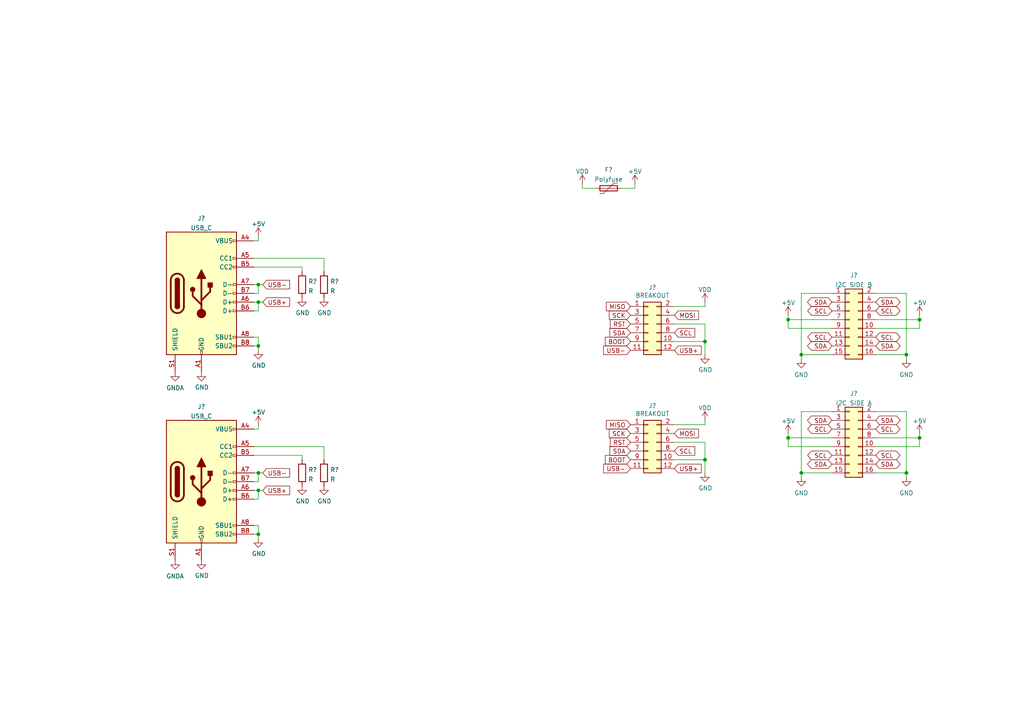
<source format=kicad_sch>
(kicad_sch (version 20211123) (generator eeschema)
  (paper "A4")
  (lib_symbols
    (symbol "Connector:USB_C_Receptacle_USB2.0" (pin_names (offset 1.016))
      (property "Reference" "J" (at -10.16 19.05 0))
      (property "Value" "USB_C_Receptacle_USB2.0" (at 19.05 19.05 0))
      (symbol "USB_C_Receptacle_USB2.0_0_0"
        (rectangle (start -0.254 -17.78) (end 0.254 -16.764))
        (rectangle (start 10.16 -14.986) (end 9.144 -15.494))
        (rectangle (start 10.16 -12.446) (end 9.144 -12.954))
        (rectangle (start 10.16 -4.826) (end 9.144 -5.334))
        (rectangle (start 10.16 -2.286) (end 9.144 -2.794))
        (rectangle (start 10.16 0.254) (end 9.144 -0.254))
        (rectangle (start 10.16 2.794) (end 9.144 2.286))
        (rectangle (start 10.16 7.874) (end 9.144 7.366))
        (rectangle (start 10.16 10.414) (end 9.144 9.906))
        (rectangle (start 10.16 15.494) (end 9.144 14.986))
      )
      (symbol "USB_C_Receptacle_USB2.0_0_1"
        (rectangle (start -10.16 17.78) (end 10.16 -17.78) (stroke (width 0.254)) (fill (type background)))
        (arc (start -8.89 -3.81) (mid -6.985 -5.715) (end -5.08 -3.81) (stroke (width 0.508)))
        (arc (start -7.62 -3.81) (mid -6.985 -4.445) (end -6.35 -3.81) (stroke (width 0.254)))
        (arc (start -7.62 -3.81) (mid -6.985 -4.445) (end -6.35 -3.81) (stroke (width 0.254)) (fill (type outline)))
        (rectangle (start -7.62 -3.81) (end -6.35 3.81) (stroke (width 0.254)) (fill (type outline)))
        (arc (start -6.35 3.81) (mid -6.985 4.445) (end -7.62 3.81) (stroke (width 0.254)))
        (arc (start -6.35 3.81) (mid -6.985 4.445) (end -7.62 3.81) (stroke (width 0.254)) (fill (type outline)))
        (arc (start -5.08 3.81) (mid -6.985 5.715) (end -8.89 3.81) (stroke (width 0.508)))
        (circle (center -2.54 1.143) (radius 0.635) (stroke (width 0.254)) (fill (type outline)))
        (circle (center 0 -5.842) (radius 1.27) (fill (type outline)))
        (polyline (pts (xy -8.89 -3.81) (xy -8.89 3.81)) (stroke (width 0.508)))
        (polyline (pts (xy -5.08 3.81) (xy -5.08 -3.81)) (stroke (width 0.508)))
        (polyline (pts (xy 0 -5.842) (xy 0 4.318)) (stroke (width 0.508)))
        (polyline (pts (xy 0 -3.302) (xy -2.54 -0.762) (xy -2.54 0.508)) (stroke (width 0.508)))
        (polyline (pts (xy 0 -2.032) (xy 2.54 0.508) (xy 2.54 1.778)) (stroke (width 0.508)))
        (polyline (pts (xy -1.27 4.318) (xy 0 6.858) (xy 1.27 4.318) (xy -1.27 4.318)) (stroke (width 0.254)) (fill (type outline)))
        (rectangle (start 1.905 1.778) (end 3.175 3.048) (stroke (width 0.254)) (fill (type outline)))
      )
      (symbol "USB_C_Receptacle_USB2.0_1_1"
        (pin passive line (at 0 -22.86 90) (length 5.08) (name "GND") (number "A1"))
        (pin passive line (at 0 -22.86 90) (length 5.08) hide (name "GND") (number "A12"))
        (pin passive line (at 15.24 15.24 180) (length 5.08) (name "VBUS") (number "A4"))
        (pin bidirectional line (at 15.24 10.16 180) (length 5.08) (name "CC1") (number "A5"))
        (pin bidirectional line (at 15.24 -2.54 180) (length 5.08) (name "D+") (number "A6"))
        (pin bidirectional line (at 15.24 2.54 180) (length 5.08) (name "D-") (number "A7"))
        (pin bidirectional line (at 15.24 -12.7 180) (length 5.08) (name "SBU1") (number "A8"))
        (pin passive line (at 15.24 15.24 180) (length 5.08) hide (name "VBUS") (number "A9"))
        (pin passive line (at 0 -22.86 90) (length 5.08) hide (name "GND") (number "B1"))
        (pin passive line (at 0 -22.86 90) (length 5.08) hide (name "GND") (number "B12"))
        (pin passive line (at 15.24 15.24 180) (length 5.08) hide (name "VBUS") (number "B4"))
        (pin bidirectional line (at 15.24 7.62 180) (length 5.08) (name "CC2") (number "B5"))
        (pin bidirectional line (at 15.24 -5.08 180) (length 5.08) (name "D+") (number "B6"))
        (pin bidirectional line (at 15.24 0 180) (length 5.08) (name "D-") (number "B7"))
        (pin bidirectional line (at 15.24 -15.24 180) (length 5.08) (name "SBU2") (number "B8"))
        (pin passive line (at 15.24 15.24 180) (length 5.08) hide (name "VBUS") (number "B9"))
        (pin passive line (at -7.62 -22.86 90) (length 5.08) (name "SHIELD") (number "S1"))
      )
    )
    (symbol "Connector_Generic:Conn_02x06_Odd_Even" (pin_names (offset 1.016) hide)
      (property "Reference" "J" (at 1.27 7.62 0))
      (property "Value" "Conn_02x06_Odd_Even" (at 1.27 -10.16 0))
      (symbol "Conn_02x06_Odd_Even_1_1"
        (rectangle (start -1.27 -7.493) (end 0 -7.747) (stroke (width 0.1524)))
        (rectangle (start -1.27 -4.953) (end 0 -5.207) (stroke (width 0.1524)))
        (rectangle (start -1.27 -2.413) (end 0 -2.667) (stroke (width 0.1524)))
        (rectangle (start -1.27 0.127) (end 0 -0.127) (stroke (width 0.1524)))
        (rectangle (start -1.27 2.667) (end 0 2.413) (stroke (width 0.1524)))
        (rectangle (start -1.27 5.207) (end 0 4.953) (stroke (width 0.1524)))
        (rectangle (start -1.27 6.35) (end 3.81 -8.89) (stroke (width 0.254)) (fill (type background)))
        (rectangle (start 3.81 -7.493) (end 2.54 -7.747) (stroke (width 0.1524)))
        (rectangle (start 3.81 -4.953) (end 2.54 -5.207) (stroke (width 0.1524)))
        (rectangle (start 3.81 -2.413) (end 2.54 -2.667) (stroke (width 0.1524)))
        (rectangle (start 3.81 0.127) (end 2.54 -0.127) (stroke (width 0.1524)))
        (rectangle (start 3.81 2.667) (end 2.54 2.413) (stroke (width 0.1524)))
        (rectangle (start 3.81 5.207) (end 2.54 4.953) (stroke (width 0.1524)))
        (pin passive line (at -5.08 5.08 0) (length 3.81) (name "Pin_1") (number "1"))
        (pin passive line (at 7.62 -5.08 180) (length 3.81) (name "Pin_10") (number "10"))
        (pin passive line (at -5.08 -7.62 0) (length 3.81) (name "Pin_11") (number "11"))
        (pin passive line (at 7.62 -7.62 180) (length 3.81) (name "Pin_12") (number "12"))
        (pin passive line (at 7.62 5.08 180) (length 3.81) (name "Pin_2") (number "2"))
        (pin passive line (at -5.08 2.54 0) (length 3.81) (name "Pin_3") (number "3"))
        (pin passive line (at 7.62 2.54 180) (length 3.81) (name "Pin_4") (number "4"))
        (pin passive line (at -5.08 0 0) (length 3.81) (name "Pin_5") (number "5"))
        (pin passive line (at 7.62 0 180) (length 3.81) (name "Pin_6") (number "6"))
        (pin passive line (at -5.08 -2.54 0) (length 3.81) (name "Pin_7") (number "7"))
        (pin passive line (at 7.62 -2.54 180) (length 3.81) (name "Pin_8") (number "8"))
        (pin passive line (at -5.08 -5.08 0) (length 3.81) (name "Pin_9") (number "9"))
      )
    )
    (symbol "Connector_Generic:Conn_02x08_Odd_Even" (pin_names (offset 1.016) hide)
      (property "Reference" "J" (at 1.27 10.16 0))
      (property "Value" "Conn_02x08_Odd_Even" (at 1.27 -12.7 0))
      (symbol "Conn_02x08_Odd_Even_1_1"
        (rectangle (start -1.27 -10.033) (end 0 -10.287) (stroke (width 0.1524)))
        (rectangle (start -1.27 -7.493) (end 0 -7.747) (stroke (width 0.1524)))
        (rectangle (start -1.27 -4.953) (end 0 -5.207) (stroke (width 0.1524)))
        (rectangle (start -1.27 -2.413) (end 0 -2.667) (stroke (width 0.1524)))
        (rectangle (start -1.27 0.127) (end 0 -0.127) (stroke (width 0.1524)))
        (rectangle (start -1.27 2.667) (end 0 2.413) (stroke (width 0.1524)))
        (rectangle (start -1.27 5.207) (end 0 4.953) (stroke (width 0.1524)))
        (rectangle (start -1.27 7.747) (end 0 7.493) (stroke (width 0.1524)))
        (rectangle (start -1.27 8.89) (end 3.81 -11.43) (stroke (width 0.254)) (fill (type background)))
        (rectangle (start 3.81 -10.033) (end 2.54 -10.287) (stroke (width 0.1524)))
        (rectangle (start 3.81 -7.493) (end 2.54 -7.747) (stroke (width 0.1524)))
        (rectangle (start 3.81 -4.953) (end 2.54 -5.207) (stroke (width 0.1524)))
        (rectangle (start 3.81 -2.413) (end 2.54 -2.667) (stroke (width 0.1524)))
        (rectangle (start 3.81 0.127) (end 2.54 -0.127) (stroke (width 0.1524)))
        (rectangle (start 3.81 2.667) (end 2.54 2.413) (stroke (width 0.1524)))
        (rectangle (start 3.81 5.207) (end 2.54 4.953) (stroke (width 0.1524)))
        (rectangle (start 3.81 7.747) (end 2.54 7.493) (stroke (width 0.1524)))
        (pin passive line (at -5.08 7.62 0) (length 3.81) (name "Pin_1") (number "1"))
        (pin passive line (at 7.62 -2.54 180) (length 3.81) (name "Pin_10") (number "10"))
        (pin passive line (at -5.08 -5.08 0) (length 3.81) (name "Pin_11") (number "11"))
        (pin passive line (at 7.62 -5.08 180) (length 3.81) (name "Pin_12") (number "12"))
        (pin passive line (at -5.08 -7.62 0) (length 3.81) (name "Pin_13") (number "13"))
        (pin passive line (at 7.62 -7.62 180) (length 3.81) (name "Pin_14") (number "14"))
        (pin passive line (at -5.08 -10.16 0) (length 3.81) (name "Pin_15") (number "15"))
        (pin passive line (at 7.62 -10.16 180) (length 3.81) (name "Pin_16") (number "16"))
        (pin passive line (at 7.62 7.62 180) (length 3.81) (name "Pin_2") (number "2"))
        (pin passive line (at -5.08 5.08 0) (length 3.81) (name "Pin_3") (number "3"))
        (pin passive line (at 7.62 5.08 180) (length 3.81) (name "Pin_4") (number "4"))
        (pin passive line (at -5.08 2.54 0) (length 3.81) (name "Pin_5") (number "5"))
        (pin passive line (at 7.62 2.54 180) (length 3.81) (name "Pin_6") (number "6"))
        (pin passive line (at -5.08 0 0) (length 3.81) (name "Pin_7") (number "7"))
        (pin passive line (at 7.62 0 180) (length 3.81) (name "Pin_8") (number "8"))
        (pin passive line (at -5.08 -2.54 0) (length 3.81) (name "Pin_9") (number "9"))
      )
    )
    (symbol "Device:Polyfuse" (pin_numbers hide) (pin_names (offset 0))
      (property "Reference" "F" (at -2.54 0 90))
      (property "Value" "Polyfuse" (at 2.54 0 90))
      (symbol "Polyfuse_0_1"
        (rectangle (start -0.762 2.54) (end 0.762 -2.54) (stroke (width 0.254)))
        (polyline (pts (xy 0 2.54) (xy 0 -2.54)))
        (polyline (pts (xy -1.524 2.54) (xy -1.524 1.524) (xy 1.524 -1.524) (xy 1.524 -2.54)))
      )
      (symbol "Polyfuse_1_1"
        (pin passive line (at 0 3.81 270) (length 1.27) (name "~") (number "1"))
        (pin passive line (at 0 -3.81 90) (length 1.27) (name "~") (number "2"))
      )
    )
    (symbol "Device:R" (pin_numbers hide) (pin_names (offset 0))
      (property "Reference" "R" (at 2.032 0 90))
      (property "Value" "R" (at 0 0 90))
      (symbol "R_0_1"
        (rectangle (start -1.016 -2.54) (end 1.016 2.54) (stroke (width 0.254)))
      )
      (symbol "R_1_1"
        (pin passive line (at 0 3.81 270) (length 1.27) (name "~") (number "1"))
        (pin passive line (at 0 -3.81 90) (length 1.27) (name "~") (number "2"))
      )
    )
    (symbol "power:+5V" (power) (pin_names (offset 0))
      (property "Value" "+5V" (at 0 3.556 0))
      (symbol "+5V_0_1"
        (polyline (pts (xy -0.762 1.27) (xy 0 2.54)))
        (polyline (pts (xy 0 0) (xy 0 2.54)))
        (polyline (pts (xy 0 2.54) (xy 0.762 1.27)))
      )
      (symbol "+5V_1_1"
        (pin power_in line (at 0 0 90) (length 0) hide (name "+5V") (number "1"))
      )
    )
    (symbol "power:GND" (power) (pin_names (offset 0))
      (property "Value" "GND" (at 0 -3.81 0))
      (symbol "GND_0_1"
        (polyline (pts (xy 0 0) (xy 0 -1.27) (xy 1.27 -1.27) (xy 0 -2.54) (xy -1.27 -1.27) (xy 0 -1.27)))
      )
      (symbol "GND_1_1"
        (pin power_in line (at 0 0 270) (length 0) hide (name "GND") (number "1"))
      )
    )
    (symbol "power:GNDA" (power) (pin_names (offset 0))
      (property "Value" "GNDA" (at 0 -3.81 0))
      (symbol "GNDA_0_1"
        (polyline (pts (xy 0 0) (xy 0 -1.27) (xy 1.27 -1.27) (xy 0 -2.54) (xy -1.27 -1.27) (xy 0 -1.27)))
      )
      (symbol "GNDA_1_1"
        (pin power_in line (at 0 0 270) (length 0) hide (name "GNDA") (number "1"))
      )
    )
    (symbol "power:VDD" (power) (pin_names (offset 0))
      (property "Value" "VDD" (at 0 3.81 0))
      (symbol "VDD_0_1"
        (polyline (pts (xy -0.762 1.27) (xy 0 2.54)))
        (polyline (pts (xy 0 0) (xy 0 2.54)))
        (polyline (pts (xy 0 2.54) (xy 0.762 1.27)))
      )
      (symbol "VDD_1_1"
        (pin power_in line (at 0 0 90) (length 0) hide (name "VDD") (number "1"))
      )
    )
  )
  (junction (at 204.47 133.35))
  (junction (at 228.6 127))
  (junction (at 266.7 127))
  (junction (at 204.47 99.06))
  (junction (at 74.93 100.33))
  (junction (at 232.41 102.87))
  (junction (at 74.93 154.94))
  (junction (at 262.89 137.16))
  (junction (at 262.89 102.87))
  (junction (at 232.41 137.16))
  (junction (at 74.93 137.16))
  (junction (at 228.6 92.71))
  (junction (at 266.7 92.71))
  (junction (at 74.93 142.24))
  (junction (at 74.93 87.63))
  (junction (at 74.93 82.55))
  (wire (pts (xy 195.58 93.98) (xy 204.47 93.98)))
  (wire (pts (xy 73.66 152.4) (xy 74.93 152.4)))
  (wire (pts (xy 74.93 69.85) (xy 74.93 68.58)))
  (wire (pts (xy 73.66 144.78) (xy 74.93 144.78)))
  (wire (pts (xy 73.66 74.93) (xy 93.98 74.93)))
  (wire (pts (xy 262.89 119.38) (xy 262.89 137.16)))
  (wire (pts (xy 232.41 137.16) (xy 241.3 137.16)))
  (wire (pts (xy 204.47 128.27) (xy 204.47 133.35)))
  (wire (pts (xy 73.66 97.79) (xy 74.93 97.79)))
  (wire (pts (xy 232.41 102.87) (xy 232.41 104.14)))
  (wire (pts (xy 262.89 102.87) (xy 262.89 104.14)))
  (wire (pts (xy 93.98 129.54) (xy 93.98 133.35)))
  (wire (pts (xy 262.89 119.38) (xy 254 119.38)))
  (wire (pts (xy 87.63 132.08) (xy 87.63 133.35)))
  (wire (pts (xy 74.93 82.55) (xy 76.2 82.55)))
  (wire (pts (xy 74.93 142.24) (xy 76.2 142.24)))
  (wire (pts (xy 73.66 82.55) (xy 74.93 82.55)))
  (wire (pts (xy 228.6 129.54) (xy 241.3 129.54)))
  (wire (pts (xy 73.66 90.17) (xy 74.93 90.17)))
  (wire (pts (xy 266.7 125.73) (xy 266.7 127)))
  (wire (pts (xy 232.41 102.87) (xy 241.3 102.87)))
  (wire (pts (xy 204.47 133.35) (xy 195.58 133.35)))
  (wire (pts (xy 228.6 91.44) (xy 228.6 92.71)))
  (wire (pts (xy 73.66 154.94) (xy 74.93 154.94)))
  (wire (pts (xy 204.47 87.63) (xy 204.47 88.9)))
  (wire (pts (xy 232.41 85.09) (xy 241.3 85.09)))
  (wire (pts (xy 74.93 100.33) (xy 74.93 101.6)))
  (wire (pts (xy 73.66 132.08) (xy 87.63 132.08)))
  (wire (pts (xy 266.7 92.71) (xy 266.7 95.25)))
  (wire (pts (xy 262.89 137.16) (xy 254 137.16)))
  (wire (pts (xy 204.47 137.16) (xy 204.47 133.35)))
  (wire (pts (xy 232.41 85.09) (xy 232.41 102.87)))
  (wire (pts (xy 266.7 127) (xy 254 127)))
  (wire (pts (xy 232.41 137.16) (xy 232.41 138.43)))
  (wire (pts (xy 228.6 95.25) (xy 241.3 95.25)))
  (wire (pts (xy 73.66 139.7) (xy 74.93 139.7)))
  (wire (pts (xy 168.91 53.34) (xy 168.91 54.61)))
  (wire (pts (xy 204.47 93.98) (xy 204.47 99.06)))
  (wire (pts (xy 262.89 85.09) (xy 262.89 102.87)))
  (wire (pts (xy 228.6 92.71) (xy 228.6 95.25)))
  (wire (pts (xy 74.93 137.16) (xy 76.2 137.16)))
  (wire (pts (xy 74.93 139.7) (xy 74.93 137.16)))
  (wire (pts (xy 73.66 85.09) (xy 74.93 85.09)))
  (wire (pts (xy 73.66 87.63) (xy 74.93 87.63)))
  (wire (pts (xy 74.93 85.09) (xy 74.93 82.55)))
  (wire (pts (xy 228.6 125.73) (xy 228.6 127)))
  (wire (pts (xy 73.66 129.54) (xy 93.98 129.54)))
  (wire (pts (xy 266.7 95.25) (xy 254 95.25)))
  (wire (pts (xy 204.47 102.87) (xy 204.47 99.06)))
  (wire (pts (xy 204.47 123.19) (xy 195.58 123.19)))
  (wire (pts (xy 262.89 137.16) (xy 262.89 138.43)))
  (wire (pts (xy 74.93 154.94) (xy 74.93 156.21)))
  (wire (pts (xy 266.7 91.44) (xy 266.7 92.71)))
  (wire (pts (xy 168.91 54.61) (xy 172.72 54.61)))
  (wire (pts (xy 87.63 77.47) (xy 87.63 78.74)))
  (wire (pts (xy 262.89 85.09) (xy 254 85.09)))
  (wire (pts (xy 195.58 128.27) (xy 204.47 128.27)))
  (wire (pts (xy 228.6 127) (xy 241.3 127)))
  (wire (pts (xy 180.34 54.61) (xy 184.15 54.61)))
  (wire (pts (xy 266.7 127) (xy 266.7 129.54)))
  (wire (pts (xy 204.47 99.06) (xy 195.58 99.06)))
  (wire (pts (xy 73.66 142.24) (xy 74.93 142.24)))
  (wire (pts (xy 74.93 124.46) (xy 74.93 123.19)))
  (wire (pts (xy 74.93 152.4) (xy 74.93 154.94)))
  (wire (pts (xy 204.47 88.9) (xy 195.58 88.9)))
  (wire (pts (xy 93.98 74.93) (xy 93.98 78.74)))
  (wire (pts (xy 73.66 77.47) (xy 87.63 77.47)))
  (wire (pts (xy 232.41 119.38) (xy 241.3 119.38)))
  (wire (pts (xy 74.93 97.79) (xy 74.93 100.33)))
  (wire (pts (xy 73.66 69.85) (xy 74.93 69.85)))
  (wire (pts (xy 74.93 87.63) (xy 76.2 87.63)))
  (wire (pts (xy 228.6 92.71) (xy 241.3 92.71)))
  (wire (pts (xy 266.7 92.71) (xy 254 92.71)))
  (wire (pts (xy 74.93 90.17) (xy 74.93 87.63)))
  (wire (pts (xy 73.66 137.16) (xy 74.93 137.16)))
  (wire (pts (xy 73.66 100.33) (xy 74.93 100.33)))
  (wire (pts (xy 204.47 121.92) (xy 204.47 123.19)))
  (wire (pts (xy 266.7 129.54) (xy 254 129.54)))
  (wire (pts (xy 262.89 102.87) (xy 254 102.87)))
  (wire (pts (xy 184.15 54.61) (xy 184.15 53.34)))
  (wire (pts (xy 228.6 127) (xy 228.6 129.54)))
  (wire (pts (xy 74.93 144.78) (xy 74.93 142.24)))
  (wire (pts (xy 73.66 124.46) (xy 74.93 124.46)))
  (wire (pts (xy 232.41 119.38) (xy 232.41 137.16)))
  (global_label "MOSI" (shape input) (at 195.58 125.73 0) (property "Intersheet References" "${INTERSHEET_REFS}" (effects hide)))
  (global_label "SDA" (shape bidirectional) (at 241.3 100.33 180) (property "Intersheet References" "${INTERSHEET_REFS}" (effects hide)))
  (global_label "USB+" (shape input) (at 195.58 135.89 0) (property "Intersheet References" "${INTERSHEET_REFS}" (effects hide)))
  (global_label "SDA" (shape bidirectional) (at 254 100.33 0) (property "Intersheet References" "${INTERSHEET_REFS}" (effects hide)))
  (global_label "RST" (shape input) (at 182.88 93.98 180) (property "Intersheet References" "${INTERSHEET_REFS}" (effects hide)))
  (global_label "SDA" (shape bidirectional) (at 254 87.63 0) (property "Intersheet References" "${INTERSHEET_REFS}" (effects hide)))
  (global_label "USB+" (shape input) (at 76.2 87.63 0) (property "Intersheet References" "${INTERSHEET_REFS}" (effects hide)))
  (global_label "SCL" (shape input) (at 195.58 130.81 0) (property "Intersheet References" "${INTERSHEET_REFS}" (effects hide)))
  (global_label "RST" (shape input) (at 182.88 128.27 180) (property "Intersheet References" "${INTERSHEET_REFS}" (effects hide)))
  (global_label "USB+" (shape input) (at 195.58 101.6 0) (property "Intersheet References" "${INTERSHEET_REFS}" (effects hide)))
  (global_label "BOOT" (shape input) (at 182.88 133.35 180) (property "Intersheet References" "${INTERSHEET_REFS}" (effects hide)))
  (global_label "MISO" (shape input) (at 182.88 123.19 180) (property "Intersheet References" "${INTERSHEET_REFS}" (effects hide)))
  (global_label "SDA" (shape bidirectional) (at 254 121.92 0) (property "Intersheet References" "${INTERSHEET_REFS}" (effects hide)))
  (global_label "BOOT" (shape input) (at 182.88 99.06 180) (property "Intersheet References" "${INTERSHEET_REFS}" (effects hide)))
  (global_label "USB-" (shape input) (at 182.88 135.89 180) (property "Intersheet References" "${INTERSHEET_REFS}" (effects hide)))
  (global_label "SCL" (shape input) (at 195.58 96.52 0) (property "Intersheet References" "${INTERSHEET_REFS}" (effects hide)))
  (global_label "USB-" (shape input) (at 76.2 82.55 0) (property "Intersheet References" "${INTERSHEET_REFS}" (effects hide)))
  (global_label "SCL" (shape bidirectional) (at 241.3 90.17 180) (property "Intersheet References" "${INTERSHEET_REFS}" (effects hide)))
  (global_label "SCK" (shape input) (at 182.88 91.44 180) (property "Intersheet References" "${INTERSHEET_REFS}" (effects hide)))
  (global_label "USB-" (shape input) (at 182.88 101.6 180) (property "Intersheet References" "${INTERSHEET_REFS}" (effects hide)))
  (global_label "SCK" (shape input) (at 182.88 125.73 180) (property "Intersheet References" "${INTERSHEET_REFS}" (effects hide)))
  (global_label "SDA" (shape bidirectional) (at 241.3 121.92 180) (property "Intersheet References" "${INTERSHEET_REFS}" (effects hide)))
  (global_label "SDA" (shape input) (at 182.88 96.52 180) (property "Intersheet References" "${INTERSHEET_REFS}" (effects hide)))
  (global_label "SDA" (shape input) (at 182.88 130.81 180) (property "Intersheet References" "${INTERSHEET_REFS}" (effects hide)))
  (global_label "MISO" (shape input) (at 182.88 88.9 180) (property "Intersheet References" "${INTERSHEET_REFS}" (effects hide)))
  (global_label "MOSI" (shape input) (at 195.58 91.44 0) (property "Intersheet References" "${INTERSHEET_REFS}" (effects hide)))
  (global_label "SCL" (shape bidirectional) (at 254 97.79 0) (property "Intersheet References" "${INTERSHEET_REFS}" (effects hide)))
  (global_label "SCL" (shape bidirectional) (at 254 124.46 0) (property "Intersheet References" "${INTERSHEET_REFS}" (effects hide)))
  (global_label "SCL" (shape bidirectional) (at 241.3 124.46 180) (property "Intersheet References" "${INTERSHEET_REFS}" (effects hide)))
  (global_label "SCL" (shape bidirectional) (at 254 90.17 0) (property "Intersheet References" "${INTERSHEET_REFS}" (effects hide)))
  (global_label "SCL" (shape bidirectional) (at 254 132.08 0) (property "Intersheet References" "${INTERSHEET_REFS}" (effects hide)))
  (global_label "SDA" (shape bidirectional) (at 241.3 134.62 180) (property "Intersheet References" "${INTERSHEET_REFS}" (effects hide)))
  (global_label "SDA" (shape bidirectional) (at 254 134.62 0) (property "Intersheet References" "${INTERSHEET_REFS}" (effects hide)))
  (global_label "SCL" (shape bidirectional) (at 241.3 132.08 180) (property "Intersheet References" "${INTERSHEET_REFS}" (effects hide)))
  (global_label "USB+" (shape input) (at 76.2 142.24 0) (property "Intersheet References" "${INTERSHEET_REFS}" (effects hide)))
  (global_label "USB-" (shape input) (at 76.2 137.16 0) (property "Intersheet References" "${INTERSHEET_REFS}" (effects hide)))
  (global_label "SDA" (shape bidirectional) (at 241.3 87.63 180) (property "Intersheet References" "${INTERSHEET_REFS}" (effects hide)))
  (global_label "SCL" (shape bidirectional) (at 241.3 97.79 180) (property "Intersheet References" "${INTERSHEET_REFS}" (effects hide)))
  (symbol (lib_id "power:+5V") (at 228.6 91.44 0) (unit 1)
    (property "Reference" "#PWR?" (effects hide))
    (property "Value" "+5V" (at 228.6 87.8355 0))
  )
  (symbol (lib_id "Device:R") (at 93.98 137.16 0) (unit 1)
    (property "Reference" "R?" (at 95.758 136.2515 0) (effects (justify left)))
    (property "Value" "R" (at 95.758 139.0266 0) (effects (justify left)))
  )
  (symbol (lib_id "power:VDD") (at 204.47 121.92 0) (unit 1)
    (property "Reference" "#PWR?" (effects hide))
    (property "Value" "VDD" (at 204.47 118.3155 0))
  )
  (symbol (lib_id "power:GND") (at 74.93 156.21 0) (unit 1)
    (property "Reference" "#PWR?" (effects hide))
    (property "Value" "GND" (at 75.057 160.6042 0))
  )
  (symbol (lib_id "Connector_Generic:Conn_02x08_Odd_Even") (at 246.38 127 0) (unit 1)
    (property "Reference" "J?" (at 247.65 114.1435 0))
    (property "Value" "I2C SIDE A" (at 247.65 116.9186 0))
  )
  (symbol (lib_id "power:GND") (at 87.63 140.97 0) (unit 1)
    (property "Reference" "#PWR?" (effects hide))
    (property "Value" "GND" (at 87.757 145.3642 0))
  )
  (symbol (lib_id "power:GNDA") (at 50.8 107.95 0) (unit 1)
    (property "Reference" "#PWR?" (effects hide))
    (property "Value" "GNDA" (at 50.8 112.5125 0))
  )
  (symbol (lib_id "power:VDD") (at 168.91 53.34 0) (unit 1)
    (property "Reference" "#PWR?" (effects hide))
    (property "Value" "VDD" (at 168.91 49.7355 0))
  )
  (symbol (lib_id "power:GNDA") (at 50.8 162.56 0) (unit 1)
    (property "Reference" "#PWR?" (effects hide))
    (property "Value" "GNDA" (at 50.8 167.1225 0))
  )
  (symbol (lib_id "Device:R") (at 87.63 82.55 0) (unit 1)
    (property "Reference" "R?" (at 89.408 81.6415 0) (effects (justify left)))
    (property "Value" "R" (at 89.408 84.4166 0) (effects (justify left)))
  )
  (symbol (lib_id "power:GND") (at 204.47 137.16 0) (unit 1)
    (property "Reference" "#PWR?" (effects hide))
    (property "Value" "GND" (at 204.597 141.5542 0))
  )
  (symbol (lib_id "power:GND") (at 58.42 162.56 0) (unit 1)
    (property "Reference" "#PWR?" (effects hide))
    (property "Value" "GND" (at 58.547 166.9542 0))
  )
  (symbol (lib_id "Device:Polyfuse") (at 176.53 54.61 90) (unit 1)
    (property "Reference" "F?" (at 176.53 49.2465 90))
    (property "Value" "Polyfuse" (at 176.53 52.0216 90))
  )
  (symbol (lib_id "power:GND") (at 232.41 138.43 0) (unit 1)
    (property "Reference" "#PWR?" (effects hide))
    (property "Value" "GND" (at 232.41 142.9925 0))
  )
  (symbol (lib_id "power:GND") (at 87.63 86.36 0) (unit 1)
    (property "Reference" "#PWR?" (effects hide))
    (property "Value" "GND" (at 87.757 90.7542 0))
  )
  (symbol (lib_id "power:GND") (at 232.41 104.14 0) (unit 1)
    (property "Reference" "#PWR?" (effects hide))
    (property "Value" "GND" (at 232.41 108.7025 0))
  )
  (symbol (lib_id "Connector_Generic:Conn_02x08_Odd_Even") (at 246.38 92.71 0) (unit 1)
    (property "Reference" "J?" (at 247.65 79.8535 0))
    (property "Value" "I2C SIDE B" (at 247.65 82.6286 0))
  )
  (symbol (lib_id "power:+5V") (at 184.15 53.34 0) (unit 1)
    (property "Reference" "#PWR?" (effects hide))
    (property "Value" "+5V" (at 184.15 49.7355 0))
  )
  (symbol (lib_id "Connector:USB_C_Receptacle_USB2.0") (at 58.42 139.7 0) (unit 1)
    (property "Reference" "J?" (at 58.42 117.9535 0))
    (property "Value" "USB_C" (at 58.42 120.7286 0))
    (property "Datasheet" "https://www.usb.org/sites/default/files/documents/usb_type-c.zip" (effects hide))
  )
  (symbol (lib_id "Device:R") (at 87.63 137.16 0) (unit 1)
    (property "Reference" "R?" (at 89.408 136.2515 0) (effects (justify left)))
    (property "Value" "R" (at 89.408 139.0266 0) (effects (justify left)))
  )
  (symbol (lib_id "power:+5V") (at 74.93 123.19 0) (unit 1)
    (property "Reference" "#PWR?" (effects hide))
    (property "Value" "+5V" (at 74.93 119.5855 0))
  )
  (symbol (lib_id "Connector:USB_C_Receptacle_USB2.0") (at 58.42 85.09 0) (unit 1)
    (property "Reference" "J?" (at 58.42 63.3435 0))
    (property "Value" "USB_C" (at 58.42 66.1186 0))
    (property "Datasheet" "https://www.usb.org/sites/default/files/documents/usb_type-c.zip" (effects hide))
  )
  (symbol (lib_id "Connector_Generic:Conn_02x06_Odd_Even") (at 187.96 93.98 0) (unit 1)
    (property "Reference" "J?" (at 189.23 83.3882 0))
    (property "Value" "BREAKOUT" (at 189.23 85.6996 0))
    (property "Footprint" "Connector_IDC:IDC-Header_2x06_P2.54mm_Vertical" (effects hide))
  )
  (symbol (lib_id "power:GND") (at 74.93 101.6 0) (unit 1)
    (property "Reference" "#PWR?" (effects hide))
    (property "Value" "GND" (at 75.057 105.9942 0))
  )
  (symbol (lib_id "power:+5V") (at 228.6 125.73 0) (unit 1)
    (property "Reference" "#PWR?" (effects hide))
    (property "Value" "+5V" (at 228.6 122.1255 0))
  )
  (symbol (lib_id "power:GND") (at 93.98 140.97 0) (unit 1)
    (property "Reference" "#PWR?" (effects hide))
    (property "Value" "GND" (at 94.107 145.3642 0))
  )
  (symbol (lib_id "power:+5V") (at 74.93 68.58 0) (unit 1)
    (property "Reference" "#PWR?" (effects hide))
    (property "Value" "+5V" (at 74.93 64.9755 0))
  )
  (symbol (lib_id "power:GND") (at 204.47 102.87 0) (unit 1)
    (property "Reference" "#PWR?" (effects hide))
    (property "Value" "GND" (at 204.597 107.2642 0))
  )
  (symbol (lib_id "power:GND") (at 262.89 138.43 0) (mirror y) (unit 1)
    (property "Reference" "#PWR?" (effects hide))
    (property "Value" "GND" (at 262.89 142.9925 0))
  )
  (symbol (lib_id "power:GND") (at 58.42 107.95 0) (unit 1)
    (property "Reference" "#PWR?" (effects hide))
    (property "Value" "GND" (at 58.547 112.3442 0))
  )
  (symbol (lib_id "Connector_Generic:Conn_02x06_Odd_Even") (at 187.96 128.27 0) (unit 1)
    (property "Reference" "J?" (at 189.23 117.6782 0))
    (property "Value" "BREAKOUT" (at 189.23 119.9896 0))
    (property "Footprint" "Connector_IDC:IDC-Header_2x06_P2.54mm_Vertical" (effects hide))
  )
  (symbol (lib_id "power:+5V") (at 266.7 91.44 0) (mirror y) (unit 1)
    (property "Reference" "#PWR?" (effects hide))
    (property "Value" "+5V" (at 266.7 87.8355 0))
  )
  (symbol (lib_id "power:GND") (at 93.98 86.36 0) (unit 1)
    (property "Reference" "#PWR?" (effects hide))
    (property "Value" "GND" (at 94.107 90.7542 0))
  )
  (symbol (lib_id "power:+5V") (at 266.7 125.73 0) (mirror y) (unit 1)
    (property "Reference" "#PWR?" (effects hide))
    (property "Value" "+5V" (at 266.7 122.1255 0))
  )
  (symbol (lib_id "power:GND") (at 262.89 104.14 0) (mirror y) (unit 1)
    (property "Reference" "#PWR?" (effects hide))
    (property "Value" "GND" (at 262.89 108.7025 0))
  )
  (symbol (lib_id "power:VDD") (at 204.47 87.63 0) (unit 1)
    (property "Reference" "#PWR?" (effects hide))
    (property "Value" "VDD" (at 204.47 84.0255 0))
  )
  (symbol (lib_id "Device:R") (at 93.98 82.55 0) (unit 1)
    (property "Reference" "R?" (at 95.758 81.6415 0) (effects (justify left)))
    (property "Value" "R" (at 95.758 84.4166 0) (effects (justify left)))
  )
)
</source>
